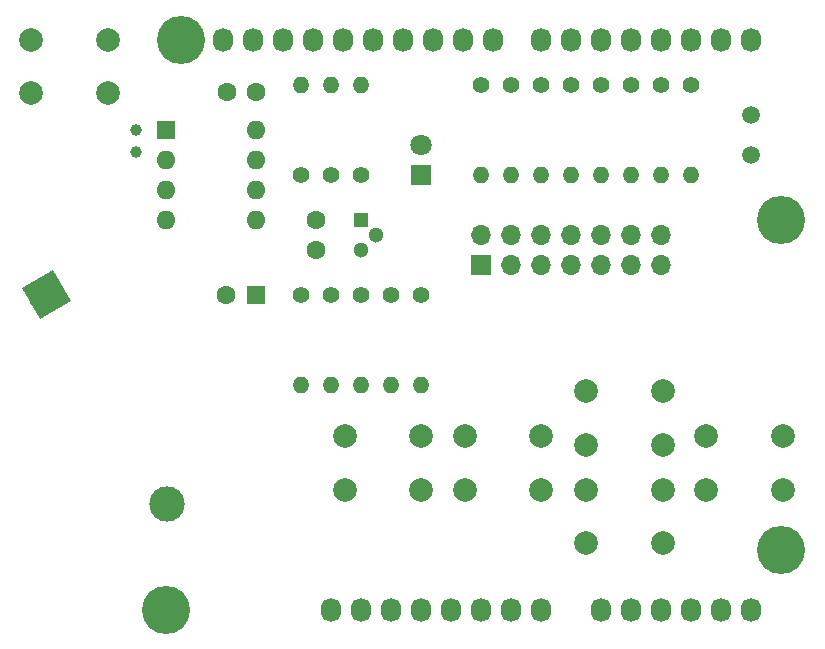
<source format=gbs>
G04 #@! TF.GenerationSoftware,KiCad,Pcbnew,(5.1.4)-1*
G04 #@! TF.CreationDate,2019-11-10T19:52:10+09:00*
G04 #@! TF.ProjectId,bf-012,62662d30-3132-42e6-9b69-6361645f7063,V01L01*
G04 #@! TF.SameCoordinates,Original*
G04 #@! TF.FileFunction,Soldermask,Bot*
G04 #@! TF.FilePolarity,Negative*
%FSLAX46Y46*%
G04 Gerber Fmt 4.6, Leading zero omitted, Abs format (unit mm)*
G04 Created by KiCad (PCBNEW (5.1.4)-1) date 2019-11-10 19:52:10*
%MOMM*%
%LPD*%
G04 APERTURE LIST*
%ADD10C,1.300000*%
%ADD11R,1.300000X1.300000*%
%ADD12R,1.800000X1.800000*%
%ADD13C,1.800000*%
%ADD14R,1.700000X1.700000*%
%ADD15O,1.700000X1.700000*%
%ADD16O,1.727200X2.032000*%
%ADD17C,4.064000*%
%ADD18R,1.600000X1.600000*%
%ADD19C,1.600000*%
%ADD20C,1.400000*%
%ADD21O,1.400000X1.400000*%
%ADD22C,1.500000*%
%ADD23C,2.000000*%
%ADD24O,1.600000X1.600000*%
%ADD25C,1.000000*%
%ADD26C,3.000000*%
%ADD27C,0.100000*%
G04 APERTURE END LIST*
D10*
X142748000Y-92075000D03*
X141478000Y-93345000D03*
D11*
X141478000Y-90805000D03*
D12*
X146558000Y-86995000D03*
D13*
X146558000Y-84455000D03*
D14*
X151638000Y-94615000D03*
D15*
X151638000Y-92075000D03*
X154178000Y-94615000D03*
X154178000Y-92075000D03*
X156718000Y-94615000D03*
X156718000Y-92075000D03*
X159258000Y-94615000D03*
X159258000Y-92075000D03*
X161798000Y-94615000D03*
X161798000Y-92075000D03*
X164338000Y-94615000D03*
X164338000Y-92075000D03*
X166878000Y-94615000D03*
X166878000Y-92075000D03*
D16*
X138938000Y-123825000D03*
X141478000Y-123825000D03*
X144018000Y-123825000D03*
X146558000Y-123825000D03*
X149098000Y-123825000D03*
X151638000Y-123825000D03*
X154178000Y-123825000D03*
X156718000Y-123825000D03*
X161798000Y-123825000D03*
X164338000Y-123825000D03*
X166878000Y-123825000D03*
X169418000Y-123825000D03*
X171958000Y-123825000D03*
X174498000Y-123825000D03*
X129794000Y-75565000D03*
X132334000Y-75565000D03*
X134874000Y-75565000D03*
X137414000Y-75565000D03*
X139954000Y-75565000D03*
X142494000Y-75565000D03*
X145034000Y-75565000D03*
X147574000Y-75565000D03*
X150114000Y-75565000D03*
X152654000Y-75565000D03*
X156718000Y-75565000D03*
X159258000Y-75565000D03*
X161798000Y-75565000D03*
X164338000Y-75565000D03*
X166878000Y-75565000D03*
X169418000Y-75565000D03*
X171958000Y-75565000D03*
X174498000Y-75565000D03*
D17*
X124968000Y-123825000D03*
X177038000Y-118745000D03*
X126238000Y-75565000D03*
X177038000Y-90805000D03*
D18*
X132548000Y-97155000D03*
D19*
X130048000Y-97155000D03*
X130088000Y-80010000D03*
X132588000Y-80010000D03*
X137668000Y-90845000D03*
X137668000Y-93345000D03*
D20*
X151638000Y-79375000D03*
D21*
X151638000Y-86995000D03*
D20*
X154178000Y-79375000D03*
D21*
X154178000Y-86995000D03*
X156718000Y-86995000D03*
D20*
X156718000Y-79375000D03*
X159258000Y-79375000D03*
D21*
X159258000Y-86995000D03*
X161798000Y-86995000D03*
D20*
X161798000Y-79375000D03*
D21*
X164338000Y-86995000D03*
D20*
X164338000Y-79375000D03*
X166878000Y-79375000D03*
D21*
X166878000Y-86995000D03*
X141478000Y-79375000D03*
D20*
X141478000Y-86995000D03*
X138938000Y-86995000D03*
D21*
X138938000Y-79375000D03*
X136398000Y-79375000D03*
D20*
X136398000Y-86995000D03*
D21*
X146558000Y-104775000D03*
D20*
X146558000Y-97155000D03*
X144018000Y-97155000D03*
D21*
X144018000Y-104775000D03*
X141478000Y-104775000D03*
D20*
X141478000Y-97155000D03*
X138938000Y-97155000D03*
D21*
X138938000Y-104775000D03*
X136398000Y-104775000D03*
D20*
X136398000Y-97155000D03*
X169418000Y-79375000D03*
D21*
X169418000Y-86995000D03*
D22*
X174498000Y-85315000D03*
X174498000Y-81915000D03*
D23*
X120038000Y-75565000D03*
X120038000Y-80065000D03*
X113538000Y-75565000D03*
X113538000Y-80065000D03*
X140058000Y-113665000D03*
X140058000Y-109165000D03*
X146558000Y-113665000D03*
X146558000Y-109165000D03*
X156718000Y-109165000D03*
X156718000Y-113665000D03*
X150218000Y-109165000D03*
X150218000Y-113665000D03*
X160528000Y-118165000D03*
X160528000Y-113665000D03*
X167028000Y-118165000D03*
X167028000Y-113665000D03*
X167028000Y-105355000D03*
X167028000Y-109855000D03*
X160528000Y-105355000D03*
X160528000Y-109855000D03*
X170688000Y-113665000D03*
X170688000Y-109165000D03*
X177188000Y-113665000D03*
X177188000Y-109165000D03*
D18*
X124968000Y-83185000D03*
D24*
X132588000Y-90805000D03*
X124968000Y-85725000D03*
X132588000Y-88265000D03*
X124968000Y-88265000D03*
X132588000Y-85725000D03*
X124968000Y-90805000D03*
X132588000Y-83185000D03*
D25*
X122428000Y-83185000D03*
X122428000Y-85085000D03*
D26*
X125053000Y-114899861D03*
X114808000Y-97155000D03*
D27*
G36*
X112758962Y-96605962D02*
G01*
X115357038Y-95105962D01*
X116857038Y-97704038D01*
X114258962Y-99204038D01*
X112758962Y-96605962D01*
X112758962Y-96605962D01*
G37*
M02*

</source>
